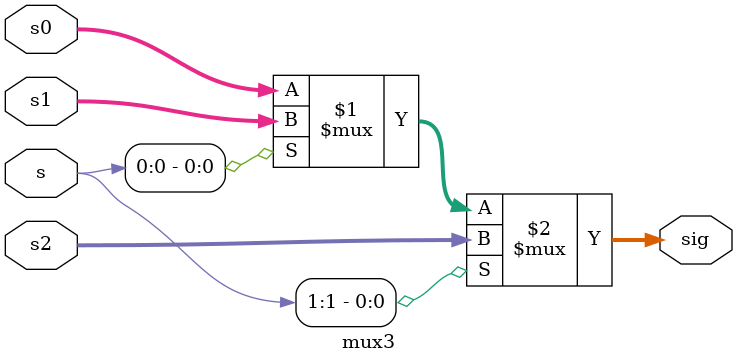
<source format=v>

module mux3 (input wire[31:0] s0, output wire[31: 0] sig,
             input wire[31:0] s1,
             input wire[31:0] s2,
             input wire[1:0] s);
    assign sig = s[1] ? s2 : (s[0] ? s1 : s0);
endmodule
</source>
